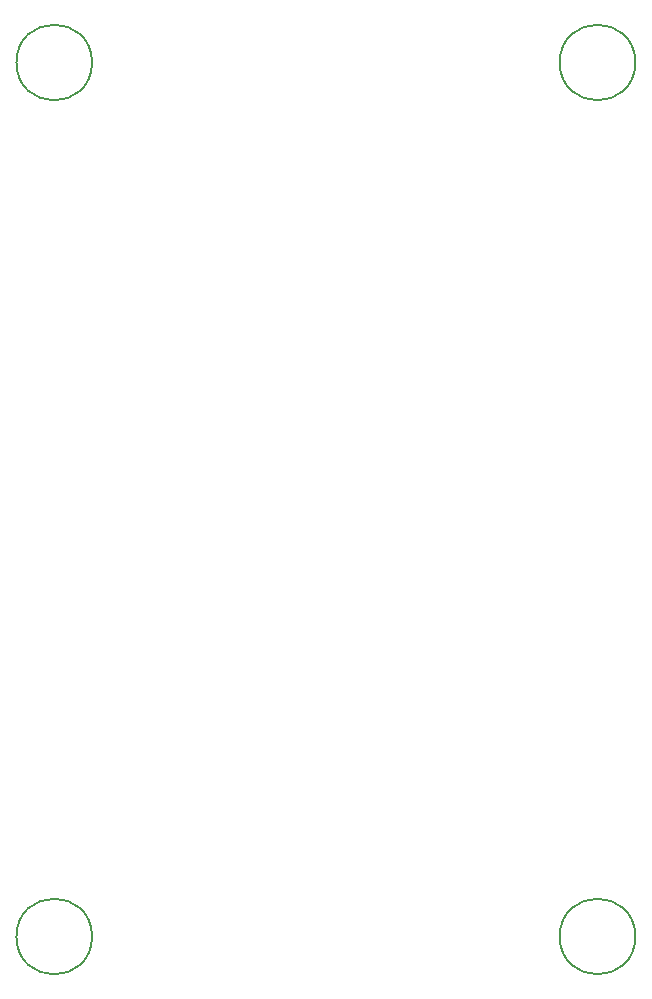
<source format=gbr>
G04 #@! TF.GenerationSoftware,KiCad,Pcbnew,5.1.9+dfsg1-1*
G04 #@! TF.CreationDate,2022-06-11T22:33:11-07:00*
G04 #@! TF.ProjectId,keygame-batpack,6b657967-616d-4652-9d62-61747061636b,rev?*
G04 #@! TF.SameCoordinates,Original*
G04 #@! TF.FileFunction,Other,Comment*
%FSLAX46Y46*%
G04 Gerber Fmt 4.6, Leading zero omitted, Abs format (unit mm)*
G04 Created by KiCad (PCBNEW 5.1.9+dfsg1-1) date 2022-06-11 22:33:11*
%MOMM*%
%LPD*%
G01*
G04 APERTURE LIST*
%ADD10C,0.150000*%
G04 APERTURE END LIST*
D10*
G04 #@! TO.C,H1*
X127640000Y-59660000D02*
G75*
G03*
X127640000Y-59660000I-3200000J0D01*
G01*
G04 #@! TO.C,H2*
X173640000Y-59660000D02*
G75*
G03*
X173640000Y-59660000I-3200000J0D01*
G01*
G04 #@! TO.C,H3*
X127640000Y-133660000D02*
G75*
G03*
X127640000Y-133660000I-3200000J0D01*
G01*
G04 #@! TO.C,H4*
X173640000Y-133660000D02*
G75*
G03*
X173640000Y-133660000I-3200000J0D01*
G01*
G04 #@! TD*
M02*

</source>
